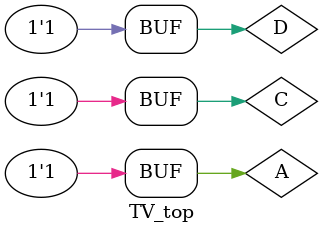
<source format=v>
`timescale 1ns / 1ps


module TV_top;

	// Inputs
	reg A;
	reg C;
	reg D;

	// Outputs
	wire F1;
	wire F2;

	// Instantiate the Unit Under Test (UUT)
	Top uut (
		.A(A), 
		.C(C), 
		.D(D), 
		.F1(F1), 
		.F2(F2)
	);

	initial begin
		// Initialize Inputs
		A = 0;
		C = 0;
		D = 0;
		#100;   
		// Sigientes estados
		A = 1;
		C = 0;
		D = 0;
		#100;
		// Sigientes estados
		A = 0;
		C = 1;
		D = 0;
		#100;
		// Sigientes estados
		A = 1;
		C = 1;
		D = 0;
		#100;
		// Sigientes estados
		A = 0;
		C = 0;
		D = 1;
		#100;
		// Sigientes estados
		A = 1;
		C = 0;
		D = 1;
		#100;
		// Sigientes estados
		A = 0;
		C = 1;
		D = 1;
		#100;
		// Sigientes estados
		A = 1;
		C = 1;
		D = 1;
		#100;

	end
      
endmodule


</source>
